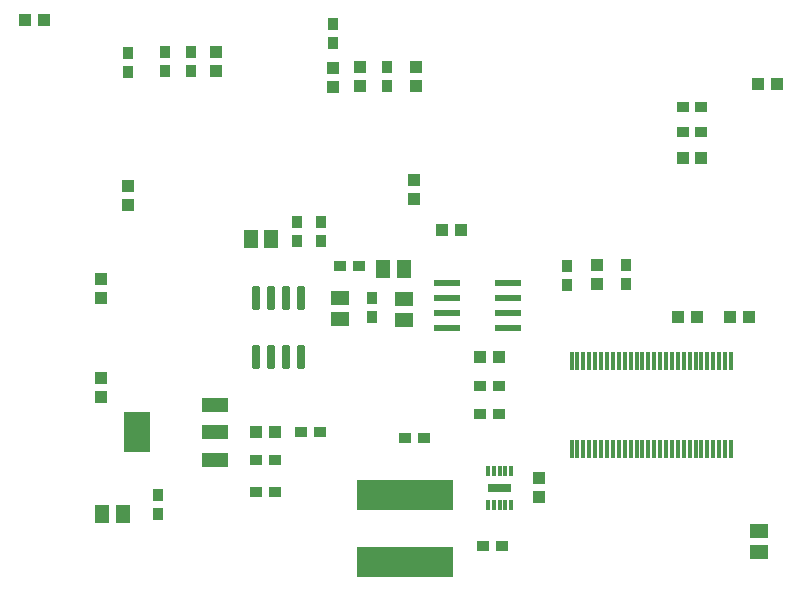
<source format=gtp>
G04*
G04 #@! TF.GenerationSoftware,Altium Limited,Altium Designer,20.0.9 (164)*
G04*
G04 Layer_Color=8421504*
%FSLAX25Y25*%
%MOIN*%
G70*
G01*
G75*
%ADD18R,0.04134X0.03937*%
G04:AMPARAMS|DCode=19|XSize=59.84mil|YSize=11.02mil|CornerRadius=1.38mil|HoleSize=0mil|Usage=FLASHONLY|Rotation=270.000|XOffset=0mil|YOffset=0mil|HoleType=Round|Shape=RoundedRectangle|*
%AMROUNDEDRECTD19*
21,1,0.05984,0.00827,0,0,270.0*
21,1,0.05709,0.01102,0,0,270.0*
1,1,0.00276,-0.00413,-0.02854*
1,1,0.00276,-0.00413,0.02854*
1,1,0.00276,0.00413,0.02854*
1,1,0.00276,0.00413,-0.02854*
%
%ADD19ROUNDEDRECTD19*%
%ADD20R,0.03740X0.03937*%
%ADD21R,0.03937X0.04134*%
%ADD22R,0.05118X0.05906*%
%ADD23R,0.03937X0.03740*%
%ADD24R,0.05906X0.05118*%
%ADD25R,0.08661X0.13780*%
%ADD26R,0.08661X0.04724*%
%ADD27R,0.08661X0.02362*%
G04:AMPARAMS|DCode=28|XSize=77.56mil|YSize=23.62mil|CornerRadius=2.95mil|HoleSize=0mil|Usage=FLASHONLY|Rotation=90.000|XOffset=0mil|YOffset=0mil|HoleType=Round|Shape=RoundedRectangle|*
%AMROUNDEDRECTD28*
21,1,0.07756,0.01772,0,0,90.0*
21,1,0.07165,0.02362,0,0,90.0*
1,1,0.00591,0.00886,0.03583*
1,1,0.00591,0.00886,-0.03583*
1,1,0.00591,-0.00886,-0.03583*
1,1,0.00591,-0.00886,0.03583*
%
%ADD28ROUNDEDRECTD28*%
G04:AMPARAMS|DCode=29|XSize=33.07mil|YSize=10.24mil|CornerRadius=1.28mil|HoleSize=0mil|Usage=FLASHONLY|Rotation=270.000|XOffset=0mil|YOffset=0mil|HoleType=Round|Shape=RoundedRectangle|*
%AMROUNDEDRECTD29*
21,1,0.03307,0.00768,0,0,270.0*
21,1,0.03051,0.01024,0,0,270.0*
1,1,0.00256,-0.00384,-0.01526*
1,1,0.00256,-0.00384,0.01526*
1,1,0.00256,0.00384,0.01526*
1,1,0.00256,0.00384,-0.01526*
%
%ADD29ROUNDEDRECTD29*%
%ADD30R,0.32284X0.10236*%
G36*
X317197Y145551D02*
Y148150D01*
X324677D01*
Y145551D01*
X317197D01*
D02*
G37*
D18*
X407201Y281500D02*
D03*
X413500D02*
D03*
X162850Y303000D02*
D03*
X169150D02*
D03*
X381933Y257000D02*
D03*
X388232D02*
D03*
X314350Y190500D02*
D03*
X320650D02*
D03*
X386650Y204000D02*
D03*
X380350D02*
D03*
X397850D02*
D03*
X404150D02*
D03*
X301850Y233000D02*
D03*
X308150D02*
D03*
X239831Y165500D02*
D03*
X246130D02*
D03*
D19*
X398075Y159835D02*
D03*
X396106D02*
D03*
X394138D02*
D03*
X392169D02*
D03*
X390201D02*
D03*
X388232D02*
D03*
X386264D02*
D03*
X384295D02*
D03*
X382327D02*
D03*
X380358D02*
D03*
X378390D02*
D03*
X376421D02*
D03*
X374453D02*
D03*
X372484D02*
D03*
X370516D02*
D03*
X368547D02*
D03*
X366579D02*
D03*
X364610D02*
D03*
X362642D02*
D03*
X360673D02*
D03*
X358705D02*
D03*
X356736D02*
D03*
X354768D02*
D03*
X352799D02*
D03*
X350831D02*
D03*
X348862D02*
D03*
X346894D02*
D03*
X344925D02*
D03*
Y189165D02*
D03*
X346894D02*
D03*
X348862D02*
D03*
X350831D02*
D03*
X352799D02*
D03*
X354768D02*
D03*
X356736D02*
D03*
X358705D02*
D03*
X360673D02*
D03*
X362642D02*
D03*
X364610D02*
D03*
X366579D02*
D03*
X368547D02*
D03*
X370516D02*
D03*
X372484D02*
D03*
X374453D02*
D03*
X376421D02*
D03*
X378390D02*
D03*
X380358D02*
D03*
X382327D02*
D03*
X384295D02*
D03*
X386264D02*
D03*
X388232D02*
D03*
X390201D02*
D03*
X392169D02*
D03*
X394138D02*
D03*
X396106D02*
D03*
X398075D02*
D03*
D20*
X363000Y221150D02*
D03*
Y214850D02*
D03*
X343500Y220945D02*
D03*
Y214646D02*
D03*
X283500Y280850D02*
D03*
Y287150D02*
D03*
X218000Y285850D02*
D03*
Y292150D02*
D03*
X261500Y229350D02*
D03*
Y235650D02*
D03*
X253500Y229350D02*
D03*
Y235650D02*
D03*
X278500Y210150D02*
D03*
Y203850D02*
D03*
X197130Y292000D02*
D03*
Y285701D02*
D03*
X209500Y292150D02*
D03*
Y285850D02*
D03*
X207000Y138350D02*
D03*
Y144650D02*
D03*
X265500Y301650D02*
D03*
Y295350D02*
D03*
D21*
X353500Y214850D02*
D03*
Y221150D02*
D03*
X292500Y243350D02*
D03*
Y249650D02*
D03*
X293000Y280850D02*
D03*
Y287150D02*
D03*
X274500Y280850D02*
D03*
Y287150D02*
D03*
X265500Y280701D02*
D03*
Y287000D02*
D03*
X226500Y285850D02*
D03*
Y292150D02*
D03*
X188130Y216500D02*
D03*
Y210201D02*
D03*
X197000Y241350D02*
D03*
Y247650D02*
D03*
X334000Y150150D02*
D03*
Y143850D02*
D03*
X188130Y177201D02*
D03*
Y183500D02*
D03*
D22*
X188555Y138350D02*
D03*
X195445D02*
D03*
X244850Y230000D02*
D03*
X237961D02*
D03*
X282055Y220000D02*
D03*
X288945D02*
D03*
D23*
X381933Y274000D02*
D03*
X388232D02*
D03*
X381933Y265500D02*
D03*
X388232D02*
D03*
X267850Y221000D02*
D03*
X274150D02*
D03*
X315350Y127500D02*
D03*
X321650D02*
D03*
X314350Y181000D02*
D03*
X320650D02*
D03*
X314350Y171500D02*
D03*
X320650D02*
D03*
X239831Y145500D02*
D03*
X246130D02*
D03*
X239831Y156445D02*
D03*
X246130D02*
D03*
X261150Y165500D02*
D03*
X254850D02*
D03*
X289350Y163500D02*
D03*
X295650D02*
D03*
D24*
X407500Y125610D02*
D03*
Y132500D02*
D03*
X289000Y203055D02*
D03*
Y209945D02*
D03*
X267831Y210201D02*
D03*
Y203311D02*
D03*
D25*
X200008Y165500D02*
D03*
D26*
X225992Y174555D02*
D03*
Y165500D02*
D03*
Y156445D02*
D03*
D27*
X323736Y215445D02*
D03*
Y210445D02*
D03*
Y205445D02*
D03*
Y200445D02*
D03*
X303264D02*
D03*
Y205445D02*
D03*
Y210445D02*
D03*
Y215445D02*
D03*
D28*
X239850Y210201D02*
D03*
X244850D02*
D03*
X249850D02*
D03*
X254850D02*
D03*
Y190752D02*
D03*
X249850D02*
D03*
X244850D02*
D03*
X239850D02*
D03*
D29*
X324874Y141201D02*
D03*
X322906D02*
D03*
X320937D02*
D03*
X318969D02*
D03*
X317000D02*
D03*
Y152500D02*
D03*
X318969D02*
D03*
X320937D02*
D03*
X322906D02*
D03*
X324874D02*
D03*
D30*
X289500Y144500D02*
D03*
Y122453D02*
D03*
M02*

</source>
